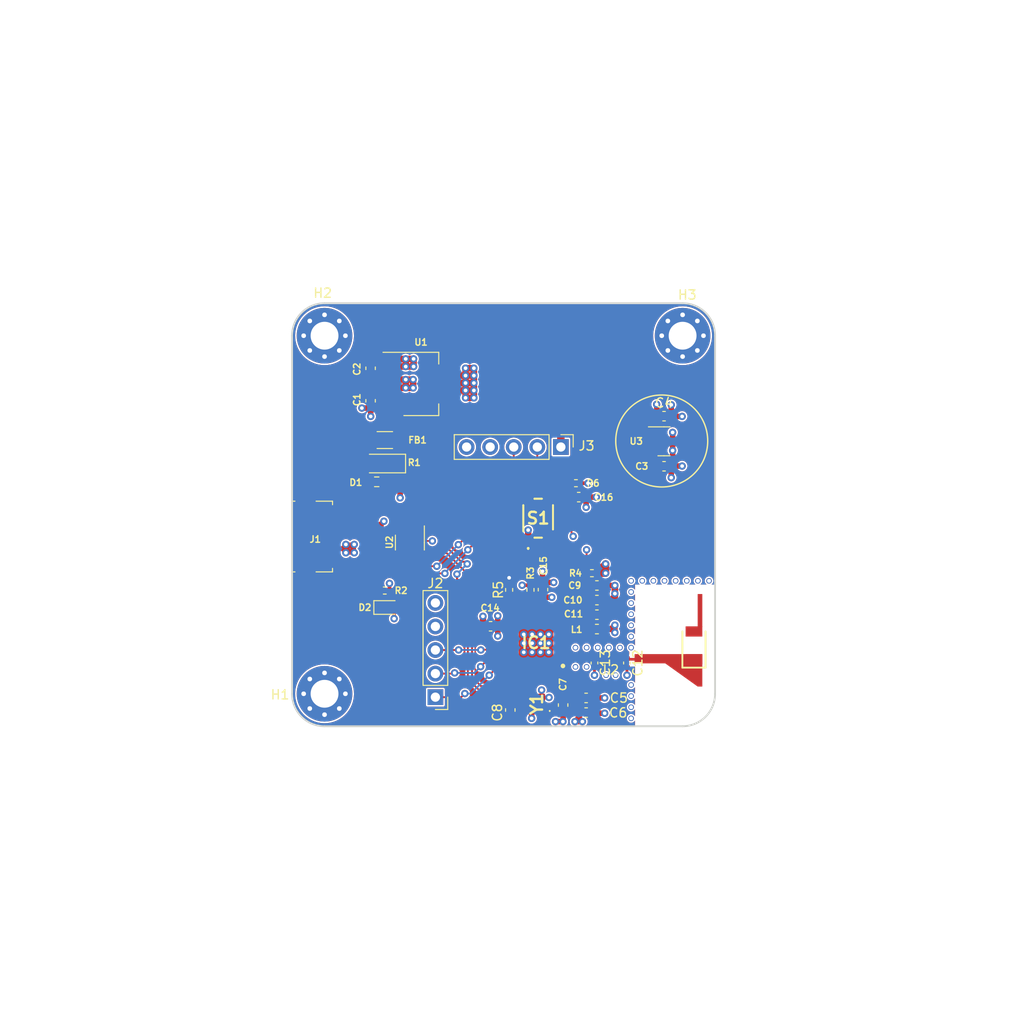
<source format=kicad_pcb>
(kicad_pcb (version 20211014) (generator pcbnew)
  (layers (0 "F.Cu" signal) (1 "In1.Cu" power) (2 "In2.Cu" power) (31 "B.Cu" signal) (34 "B.Paste" user) (35 "F.Paste" user) (36 "B.SilkS" user "B.Silkscreen") (37 "F.SilkS" user "F.Silkscreen") (38 "B.Mask" user) (39 "F.Mask" user) (44 "Edge.Cuts" user))
  (net 0 "")
  (net 1 "Net-(D1-Pad2)")
  (net 2 "Net-(J1-Pad1)")
  (net 3 "+3V3")
  (net 4 "GPIO9")
  (net 5 "CHIP_EN")
  (net 6 "GND")
  (net 7 "GPIO2")
  (net 8 "GPIO8")
  (net 9 "I2S_WS")
  (net 10 "Net-(D2-Pad1)")
  (net 13 "D-")
  (net 14 "D+")
  (net 15 "USBLC_D+")
  (net 16 "VBUS")
  (net 17 "USBLC_D-")
  (net 18 "ADC_IN")
  (net 19 "Net-(C1-Pad1)")
  (net 20 "Net-(ANT1-Pad1)")
  (net 21 "Net-(C11-Pad1)")
  (net 22 "Net-(C13-Pad1)")
  (net 23 "I2S_SCK")
  (net 24 "I2S_SD")
  (net 36 "XTAL_OUT")
  (net 37 "XTAL_IN")
  (net 39 "unconnected-(J1-Pad6)")
  (net 40 "unconnected-(ANT1-Pad2)")
  (net 41 "TXD0")
  (net 42 "RXD0")
  (footprint "Resistor_SMD:R_0402_1005Metric" (layer "F.Cu") (at 150.1 99.9)
    (fp_text reference "R6")
    (fp_text value "10k")
  )
  (footprint "Capacitor_SMD:C_0603_1608Metric" (layer "F.Cu") (at 151.2 123.05)
    (fp_text reference "C5")
    (fp_text value "1uF")
  )
  (footprint "Capacitor_SMD:C_0603_1608Metric" (layer "F.Cu") (at 140.9 115.3238 180)
    (fp_text reference "C14")
    (fp_text value "0.1uF")
  )
  (footprint "Connector_PinHeader_2.54mm:PinHeader_1x05_P2.54mm_Vertical" (layer "F.Cu") (at 148.475 96 -90)
    (fp_text reference "J3")
    (fp_text value "Conn_01x05")
  )
  (footprint "Capacitor_SMD:C_0603_1608Metric" (layer "F.Cu") (at 159.6 98.075)
    (fp_text reference "C3")
    (fp_text value "0.1uF")
  )
  (footprint "Package_TO_SOT_SMD:SOT-23-6" (layer "F.Cu") (at 132.2 106.3 -90)
    (fp_text reference "U2")
    (fp_text value "USBLC6-2SC6")
  )
  (footprint "MountingHole:MountingHole_3mm_Pad_Via" (layer "F.Cu") (at 123 122.599998)
    (fp_text reference "H1")
    (fp_text value "MountingHole 3mm")
  )
  (footprint "Capacitor_SMD:C_0603_1608Metric" (layer "F.Cu") (at 152.3625 114.075)
    (fp_text reference "C11")
    (fp_text value "0.1uF")
  )
  (footprint "Inductor_SMD:L_0603_1608Metric" (layer "F.Cu") (at 152.3625 115.625 180)
    (fp_text reference "L1")
    (fp_text value "2nH")
  )
  (footprint "Resistor_SMD:R_0402_1005Metric" (layer "F.Cu") (at 145.2 111.4 90)
    (fp_text reference "R3")
    (fp_text value "10k")
  )
  (footprint "Resistor_SMD:R_0402_1005Metric" (layer "F.Cu") (at 142.9 111.4 90)
    (fp_text reference "R5")
    (fp_text value "1k")
  )
  (footprint "Capacitor_SMD:C_0603_1608Metric" (layer "F.Cu") (at 150.4 101.4)
    (fp_text reference "C16")
    (fp_text value "10uF")
  )
  (footprint "Capacitor_SMD:C_0402_1005Metric" (layer "F.Cu") (at 152.1 119.28 -90)
    (fp_text reference "C13")
    (fp_text value "TBD")
  )
  (footprint "2450AD18A:ANTC3216X60N" (layer "F.Cu") (at 162.825 117.382308 90)
    (fp_text reference "ANT1")
    (fp_text value "2450AD18A7250" hide)
  )
  (footprint "Connector_PinHeader_2.54mm:PinHeader_1x05_P2.54mm_Vertical" (layer "F.Cu") (at 134.95 122.965 180)
    (fp_text reference "J2")
    (fp_text value "Conn_01x05")
  )
  (footprint "Capacitor_SMD:C_0603_1608Metric" (layer "F.Cu") (at 146.55 111.375 90)
    (fp_text reference "C15")
    (fp_text value "0.1uF")
  )
  (footprint "Capacitor_SMD:C_0603_1608Metric" (layer "F.Cu") (at 143.025 124.35 -90)
    (fp_text reference "C8")
    (fp_text value "12pF")
  )
  (footprint "Capacitor_SMD:C_0402_1005Metric" (layer "F.Cu") (at 155.6 119.28 -90)
    (fp_text reference "C12")
    (fp_text value "TBD")
  )
  (footprint "LED_SMD:LED_0603_1608Metric" (layer "F.Cu") (at 129.8 113.3)
    (fp_text reference "D2")
    (fp_text value "PWR_LED")
  )
  (footprint "MountingHole:MountingHole_3mm_Pad_Via" (layer "F.Cu") (at 123 84)
    (fp_text reference "H2")
    (fp_text value "MountingHole 3mm")
  )
  (footprint "Resistor_SMD:R_0402_1005Metric" (layer "F.Cu") (at 151.8225 109.6)
    (fp_text reference "R4")
    (fp_text value "10k")
  )
  (footprint "ESP32-C3FH4:QFN50P500X500X90-33N-D" (layer "F.Cu") (at 145.8 117.1 180)
    (fp_text reference "IC1")
    (fp_text value "ESP32-C3FH4" hide)
  )
  (footprint "Inductor_SMD:L_0402_1005Metric" (layer "F.Cu") (at 153.8625 118.85 180)
    (fp_text reference "L2")
    (fp_text value "TBD")
  )
  (footprint "Connector_USB:USB_Micro-B_Molex_47346-0001" (layer "F.Cu") (at 122.15 105.65 -90)
    (fp_text reference "J1")
    (fp_text value "USB_B_Micro")
  )
  (footprint "Capacitor_SMD:C_0603_1608Metric" (layer "F.Cu") (at 152.3625 110.925)
    (fp_text reference "C9")
    (fp_text value "10uF")
  )
  (footprint "Capacitor_SMD:C_0603_1608Metric" (layer "F.Cu") (at 151.2 124.625)
    (fp_text reference "C6")
    (fp_text value "10nF")
  )
  (footprint "Diode_SMD:D_SOD-123" (layer "F.Cu") (at 129.485 97.78 180)
    (fp_text reference "D1")
    (fp_text value "D_Schottky")
  )
  (footprint "Package_TO_SOT_SMD:SOT-23" (layer "F.Cu") (at 159.59 95.385)
    (fp_text reference "U3")
    (fp_text value "MCP9700AT-ETT")
  )
  (footprint "Resistor_SMD:R_0603_1608Metric" (layer "F.Cu") (at 128.625 99.75)
    (fp_text reference "R1")
    (fp_text value "0R")
  )
  (footprint "Capacitor_SMD:C_0603_1608Metric" (layer "F.Cu") (at 152.3625 112.5)
    (fp_text reference "C10")
    (fp_text value "0.1uF")
  )
  (footprint "RKB2SJM250SMTR LFS:RKB2SJM250SMTRLFS" (layer "F.Cu") (at 146.025 103.675 90)
    (fp_text reference "S1")
    (fp_text value "RKB2SJM250SMTR_LFS (Button)" hide)
  )
  (footprint "ECS-400-10-37B:ECS4001037B2CKMTR" (layer "F.Cu") (at 145.875 123.7 90)
    (fp_text reference "Y1")
    (fp_text value "40 Mhz Crystal" hide)
  )
  (footprint "Capacitor_SMD:C_0603_1608Metric" (layer "F.Cu") (at 148.7198 123.814 -90)
    (fp_text reference "C7")
    (fp_text value "12pF")
  )
  (footprint "Capacitor_SMD:C_0603_1608Metric" (layer "F.Cu") (at 159.6 92.675)
    (fp_text reference "C4")
    (fp_text value "0.1uF")
  )
  (footprint "MountingHole:MountingHole_3mm_Pad_Via" (layer "F.Cu") (at 161.600003 84)
    (fp_text reference "H3")
    (fp_text value "MountingHole 3mm")
  )
  (footprint "Capacitor_SMD:C_0603_1608Metric" (layer "F.Cu") (at 127.9644 87.5106 90)
    (fp_text reference "C2")
    (fp_text value "10uF")
  )
  (footprint "Capacitor_SMD:C_0603_1608Metric" (layer "F.Cu") (at 127.9644 91.0158 -90)
    (fp_text reference "C1")
    (fp_text value "10uF")
  )
  (footprint "Inductor_SMD:L_1206_3216Metric" (layer "F.Cu") (at 129.5 95.25 180)
    (fp_text reference "FB1")
    (fp_text value "600 @ 100Mhz")
  )
  (footprint "Resistor_SMD:R_0402_1005Metric" (layer "F.Cu") (at 129.4932 111.4712)
    (fp_text reference "R2")
    (fp_text value "1k")
  )
  (footprint "Package_TO_SOT_SMD:SOT-223-3_TabPin2" (layer "F.Cu") (at 133.4 89.2)
    (fp_text reference "U1")
    (fp_text value "AMS1117-3.3")
  )
  (gr_circle (center 159.35 95.35) (end 154.825 97.375) (layer "F.SilkS") (width 0.15) (fill none))
  (gr_line (start 119.5 122.599998) (end 119.5 83.999998) (layer "Edge.Cuts") (width 0.2))
  (gr_line locked (start 165.100003 122.599998) (end 165.100003 83.999998) (layer "Edge.Cuts") (width 0.2))
  (gr_line locked (start 161.6 126.099998) (end 123 126.099998) (layer "Edge.Cuts") (width 0.2))
  (gr_arc locked (start 161.600003 80.499998) (mid 164.074876 81.525125) (end 165.100003 83.999998) (layer "Edge.Cuts") (width 0.2))
  (gr_arc (start 123 126.099998) (mid 120.525127 125.074871) (end 119.5 122.599998) (layer "Edge.Cuts") (width 0.2))
  (gr_line (start 161.6 80.499998) (end 123 80.499998) (layer "Edge.Cuts") (width 0.2))
  (gr_arc (start 119.5 83.999998) (mid 120.525127 81.525125) (end 123 80.499998) (layer "Edge.Cuts") (width 0.2))
  (gr_arc locked (start 165.100003 122.599998) (mid 164.074876 125.074871) (end 161.600003 126.099998) (layer "Edge.Cuts") (width 0.2))
  (segment (start 127.8 99.75) (end 127.8 97.815) (width 0.8) (layer "F.Cu") (net 1))
  (segment (start 127.8 97.815) (end 127.835 97.78) (width 0.8) (layer "F.Cu") (net 1))
  (segment (start 128.7 100.5) (end 128.7 101) (width 0.4) (layer "F.Cu") (net 2))
  (segment (start 129.45 99.75) (end 128.7 100.5) (width 0.4) (layer "F.Cu") (net 2))
  (segment (start 125.35 104.35) (end 123.61 104.35) (width 0.4) (layer "F.Cu") (net 2))
  (segment (start 128.7 101) (end 125.35 104.35) (width 0.4) (layer "F.Cu") (net 2))
  (segment (start 150.425 124.625) (end 150.425 123.05) (width 0.6) (layer "F.Cu") (net 3))
  (segment (start 138.2 89.9) (end 138.2 90.7) (width 0.7) (layer "F.Cu") (net 3))
  (segment (start 152.3325 109.6) (end 153.3 109.6) (width 0.8) (layer "F.Cu") (net 3))
  (segment (start 139.1 87.5) (end 138.2 87.5) (width 0.7) (layer "F.Cu") (net 3))
  (segment (start 158.825 92.675) (end 158.825 94.2625) (width 0.6) (layer "F.Cu") (net 3))
  (segment (start 153.3 109.6) (end 153.3 108.6) (width 0.8) (layer "F.Cu") (net 3))
  (segment (start 138.2 88.3) (end 138.2 89.1) (width 0.7) (layer "F.Cu") (net 3))
  (segment (start 138.2 89.9) (end 137.25 89.9) (width 0.7) (layer "F.Cu") (net 3))
  (segment (start 131.75 89.625) (end 130.675 89.625) (width 0.7) (layer "F.Cu") (net 3))
  (segment (start 141.675 114.2) (end 141.675 115.3238) (width 0.6) (layer "F.Cu") (net 3))
  (segment (start 151.5875 110.925) (end 151.5875 112.5) (width 0.8) (layer "F.Cu") (net 3))
  (segment (start 150.425 125.225) (end 150.8 125.6) (width 0.6) (layer "F.Cu") (net 3))
  (segment (start 145.19 110.9) (end 145.2 110.89) (width 0.4) (layer "F.Cu") (net 3))
  (segment (start 144.3 110.9) (end 145.19 110.9) (width 0.4) (layer "F.Cu") (net 3))
  (segment (start 147.55 119.6) (end 147.55 119.85) (width 0.3) (layer "F.Cu") (net 3))
  (segment (start 138.2 87.5) (end 138.2 88.3) (width 0.7) (layer "F.Cu") (net 3))
  (segment (start 147.5 112.2) (end 146.6 112.2) (width 0.6) (layer "F.Cu") (net 3))
  (segment (start 153.15 115.625) (end 153.875 115.625) (width 0.6) (layer "F.Cu") (net 3))
  (segment (start 158.825 91.425) (end 158.8 91.4) (width 0.6) (layer "F.Cu") (net 3))
  (segment (start 150.425 124.625) (end 150.425 125.225) (width 0.6) (layer "F.Cu") (net 3))
  (segment (start 143.3 115.35) (end 141.7012 115.35) (width 0.3) (layer "F.Cu") (net 3))
  (segment (start 139.1 90.7) (end 138.2 90.7) (width 0.7) (layer "F.Cu") (net 3))
  (segment (start 127.9644 88.2856) (end 128.2856 88.2856) (width 0.8) (layer "F.Cu") (net 3))
  (segment (start 131.75 89.625) (end 132.55 89.625) (width 0.7) (layer "F.Cu") (net 3))
  (segment (start 146.6 112.2) (end 146.55 112.15) (width 0.6) (layer "F.Cu") (net 3))
  (segment (start 139.1 89.9) (end 139.1 89.1) (width 0.7) (layer "F.Cu") (net 3))
  (segment (start 130.5 114.5) (end 130.5 113.3875) (width 0.4) (layer "F.Cu") (net 3))
  (segment (start 158.825 94.2625) (end 158.6525 94.435) (width 0.6) (layer "F.Cu") (net 3))
  (segment (start 153.875 115.625) (end 154.3 115.2) (width 0.6) (layer "F.Cu") (net 3))
  (segment (start 136.55 89.2) (end 137.45 88.3) (width 0.7) (layer "F.Cu") (net 3))
  (segment (start 131.75 88.725) (end 132.55 88.725) (width 0.7) (layer "F.Cu") (net 3))
  (segment (start 146.55 112.15) (end 146.55 114.6) (width 0.3) (layer "F.Cu") (net 3))
  (segment (start 145.2 110.89) (end 145.29 110.89) (width 0.4) (layer "F.Cu") (net 3))
  (segment (start 139.1 89.1) (end 138.2 89.1) (width 0.7) (layer "F.Cu") (net 3))
  (segment (start 131.75 89.625) (end 131.75 88.725) (width 0.7) (layer "F.Cu") (net 3))
  (segment (start 130.5 113.3875) (end 130.5875 113.3) (width 0.4) (layer "F.Cu") (net 3))
  (segment (start 150.61 99.9) (end 151.4 99.9) (width 0.4) (layer "F.Cu") (net 3))
  (segment (start 147.05 119.6) (end 147.55 119.6) (width 0.3) (layer "F.Cu") (net 3))
  (segment (start 150 125.6) (end 150.8 125.6) (width 0.6) (layer "F.Cu") (net 3))
  (segment (start 145.29 110.89) (end 146.55 112.15) (width 0.4) (layer "F.Cu") (net 3))
  (segment (start 138.2 88.3) (end 137.45 88.3) (width 0.7) (layer "F.Cu") (net 3))
  (segment (start 141.7012 115.35) (end 141.675 115.3238) (width 0.3) (layer "F.Cu") (net 3))
  (segment (start 153.3 108.6325) (end 152.3325 109.6) (width 0.8) (layer "F.Cu") (net 3))
  (segment (start 138.2 89.1) (end 136.65 89.1) (width 0.7) (layer "F.Cu") (net 3))
  (segment (start 128.2856 88.2856) (end 129.2 89.2) (width 0.8) (layer "F.Cu") (net 3))
  (segment (start 152.3325 110.18) (end 151.5875 110.925) (width 0.6) (layer "F.Cu") (net 3))
  (segment (start 154.3 116) (end 154.3 115.2) (width 0.6) (layer "F.Cu") (net 3))
  (segment (start 132.55 89.625) (end 132.55 88.725) (width 0.7) (layer "F.Cu") (net 3))
  (segment (start 153.925 115.625) (end 153.875 115.625) (width 0.6) (layer "F.Cu") (net 3))
  (segment (start 139.1 90.7) (end 139.1 89.9) (width 0.7) (layer "F.Cu") (net 3))
  (segment (start 130.675 89.625) (end 130.25 89.2) (width 0.7) (layer "F.Cu") (net 3))
  (segment (start 138.2 89.1) (end 138.2 89.9) (width 0.7) (layer "F.Cu") (net 3))
  (segment (start 139.1 87.5) (end 139.1 88.3) (width 0.7) (layer "F.Cu") (net 3))
  (segment (start 130.725 88.725) (end 130.25 89.2) (width 0.7) (layer "F.Cu") (net 3))
  (segment (start 141.675 116.375) (end 141.675 115.3238) (width 0.6) (layer "F.Cu") (net 3))
  (segment (start 139.1 89.9) (end 138.2 89.9) (width 0.7) (layer "F.Cu") (net 3))
  (segment (start 129.2 89.2) (end 130.25 89.2) (width 0.8) (layer "F.Cu") (net 3))
  (segment (start 154.3 116) (end 153.925 115.625) (width 0.6) (layer "F.Cu") (net 3))
  (segment (start 139.1 88.3) (end 138.2 88.3) (width 0.7) (layer "F.Cu") (net 3))
  (segment (start 139.1 88.3) (end 139.1 89.1) (width 0.7) (layer "F.Cu") (net 3))
  (segment (start 147.55 119.85) (end 150.425 122.725) (width 0.3) (layer "F.Cu") (net 3))
  (segment (start 158.825 92.675) (end 158.825 91.425) (width 0.6) (layer "F.Cu") (net 3))
  (segment (start 150.425 125.175) (end 150 125.6) (width 0.6) (layer "F.Cu") (net 3))
  (segment (start 150.425 122.725) (end 150.425 123.05) (width 0.3) (layer "F.Cu") (net 3))
  (segment (start 152.3325 109.6) (end 152.3325 110.18) (width 0.6) (layer "F.Cu") (net 3))
  (segment (start 131.75 88.725) (end 130.725 88.725) (width 0.7) (layer "F.Cu") (net 3))
  (segment (start 137.25 89.9) (end 136.55 89.2) (width 0.7) (layer "F.Cu") (net 3))
  (via (at 139.1 87.5) (size 0.8) (drill 0.4) (layers "F.Cu" "B.Cu") (net 3))
  (via (at 138.2 89.1) (size 0.8) (drill 0.4) (layers "F.Cu" "B.Cu") (net 3))
  (via (at 139.1 90.7) (size 0.8) (drill 0.4) (layers "F.Cu" "B.Cu") (net 3))
  (via (at 138.2 90.7) (size 0.8) (drill 0.4) (layers "F.Cu" "B.Cu") (net 3))
  (via (at 132.55 89.625) (size 0.8) (drill 0.4) (layers "F.Cu" "B.Cu") (net 3))
  (via (at 153.3 108.6) (size 0.8) (drill 0.4) (layers "F.Cu" "B.Cu") (net 3))
  (via (at 138.2 87.5) (size 0.8) (drill 0.4) (layers "F.Cu" "B.Cu") (net 3))
  (via (at 132.55 88.725) (size 0.8) (drill 0.4) (layers "F.Cu" "B.Cu") (net 3))
  (via (at 141.675 114.2) (size 0.8) (drill 0.4) (layers "F.Cu" "B.Cu") (net 3))
  (via (at 153.3 109.6) (size 0.8) (drill 0.4) (layers "F.Cu" "B.Cu") (net 3))
  (via (at 131.75 89.625) (size 0.8) (drill 0.4) (layers "F.Cu" "B.Cu") (net 3))
  (via (at 158.8 91.4) (size 0.8) (drill 0.4) (layers "F.Cu" "B.Cu") (net 3))
  (via (at 130.5 114.5) (size 0.8) (drill 0.4) (layers "F.Cu" "B.Cu") (net 3))
  (via (at 150 125.6) (size 0.8) (drill 0.4) (layers "F.Cu" "B.Cu") (net 3))
  (via (at 138.2 88.3) (size 0.8) (drill 0.4) (layers "F.Cu" "B.Cu") (net 3))
  (via (at 141.675 116.375) (size 0.8) (drill 0.4) (layers "F.Cu" "B.Cu") (net 3))
  (via (at 138.2 89.9) (size 0.8) (drill 0.4) (layers "F.Cu" "B.Cu") (net 3))
  (via (at 131.75 88.725) (size 0.8) (drill 0.4) (layers "F.Cu" "B.Cu") (net 3))
  (via (at 139.1 88.3) (size 0.8) (drill 0.4) (layers "F.Cu" "B.Cu") (net 3))
  (via (at 151.4 99.9) (size 0.8) (drill 0.4) (layers "F.Cu" "B.Cu") (net 3))
  (via (at 139.1 89.1) (size 0.8) (drill 0.4) (layers "F.Cu" "B.Cu") (net 3))
  (via (at 150.8 125.6) (size 0.8) (drill 0.4) (layers "F.Cu" "B.Cu") (net 3))
  (via (at 139.1 89.9) (size 0.8) (drill 0.4) (layers "F.Cu" "B.Cu") (net 3))
  (via (at 154.3 116) (size 0.8) (drill 0.4) (layers "F.Cu" "B.Cu") (net 3))
  (via (at 144.3 110.9) (size 0.8) (drill 0.4) (layers "F.Cu" "B.Cu") (net 3))
  (via (at 154.3 115.2) (size 0.8) (drill 0.4) (layers "F.Cu" "B.Cu") (net 3))
  (via (at 147.5 112.2) (size 0.8) (drill 0.4) (layers "F.Cu" "B.Cu") (net 3))
  (segment (start 142.91 111.91) (end 144.55 113.55) (width 0.2) (layer "F.Cu") (net 4))
  (segment (start 142.9 111.91) (end 142.91 111.91) (width 0.2) (layer "F.Cu") (net 4))
  (segment (start 144.55 113.55) (end 144.55 114.6) (width 0.2) (layer "F.Cu") (net 4))
  (segment (start 149.425 115.425) (end 149 115.85) (width 0.2) (layer "F.Cu") (net 5))
  (segment (start 149.625 101.4) (end 149.625 105.45) (width 0.2) (layer "F.Cu") (net 5))
  (segment (start 151.25 107.85) (end 149.425 109.675) (width 0.2) (layer "F.Cu") (net 5))
  (segment (start 149.6 101.425) (end 149.625 101.4) (width 0.3) (layer "F.Cu") (net 5))
  (segment (start 151.25 107.075) (end 151.25 107.85) (width 0.2) (layer "F.Cu") (net 5))
  (segment (start 149.59 101.365) (end 149.625 101.4) (width 0.3) (layer "F.Cu") (net 5))
  (segment (start 149.425 109.675) (end 149.425 115.425) (width 0.2) (layer "F.Cu") (net 5))
  (segment (start 149.59 99.9) (end 149.59 101.365) (width 0.3) (layer "F.Cu") (net 5))
  (segment (start 147.1 101.425) (end 149.6 101.425) (width 0.3) (layer "F.Cu") (net 5))
  (segment (start 149 115.85) (end 148.3 115.85) (width 0.2) (layer "F.Cu") (net 5))
  (segment (start 149.625 105.45) (end 149.8 105.625) (width 0.2) (layer "F.Cu") (net 5))
  (via (at 151.25 107.075) (size 0.8) (drill 0.4) (layers "F.Cu" "B.Cu") (net 5))
  (via (at 149.8 105.625) (size 0.8) (drill 0.4) (layers "F.Cu" "B.Cu") (net 5))
  (segment (start 132.725 106.125) (end 134.625 106.125) (width 0.2) (layer "F.Cu") (net 6))
  (segment (start 125.3 106.5) (end 124.85 106.95) (width 0.4) (layer "F.Cu") (net 6))
  (segment (start 160.525 96.375) (end 160.525 97.925) (width 0.6) (layer "F.Cu") (net 6))
  (segment (start 132.2 105.6) (end 132.725 106.125) (width 0.2) (layer "F.Cu") (net 6))
  (segment (start 144.95 104.95) (end 144.95 105.925) (width 0.7) (layer "F.Cu") (net 6))
  (segment (start 125.3 106.5) (end 126.2 107.4) (width 0.4) (layer "F.Cu") (net 6))
  (segment (start 127.9552 91.8) (end 127.9644 91.7908) (width 0.6) (layer "F.Cu") (net 6))
  (segment (start 126.2 106.5) (end 125.3 106.5) (width 0.4) (layer "F.Cu") (net 6))
  (segment (start 161.55 92.7) (end 160.4 92.7) (width 0.6) (layer "F.Cu") (net 6))
  (segment (start 151.2 101.425) (end 151.175 101.4) (width 0.6) (layer "F.Cu") (net 6))
  (segment (start 148.7198 124.589) (end 148.7198 125.5802) (width 0.6) (layer "F.Cu") (net 6))
  (segment (start 126.2 106.5) (end 125.3 107.4) (width 0.4) (layer "F.Cu") (net 6))
  (segment (start 161.55 98.05) (end 160.4 98.05) (width 0.6) (layer "F.Cu") (net 6))
  (segment (start 160.37 91.455) (end 160.375 91.45) (width 0.6) (layer "F.Cu") (net 6))
  (segment (start 160.375 91.45) (end 160.375 92.675) (width 0.6) (layer "F.Cu") (net 6))
  (segment (start 153.2 123.05) (end 151.975 123.05) (width 0.6) (layer "F.Cu") (net 6))
  (segment (start 148.7198 125.5802) (end 148.7 125.6) (width 0.6) (layer "F.Cu") (net 6))
  (segment (start 160.525 95.3875) (end 160.5275 95.385) (width 0.6) (layer "F.Cu") (net 6))
  (segment (start 145.123 124.602) (end 145.35 124.375) (width 0.3) (layer "F.Cu") (net 6))
  (segment (start 160.4 92.7) (end 160.375 92.675) (width 0.6) (layer "F.Cu") (net 6))
  (segment (start 153.9 112.5) (end 153.1375 112.5) (width 0.7) (layer "F.Cu") (net 6))
  (segment (start 142.9 110.89) (end 142.9 110.1) (width 0.6) (layer "F.Cu") (net 6))
  (segment (start 132.2 105.1625) (end 132.2 105.6) (width 0.2) (layer "F.Cu") (net 6))
  (segment (start 131.75 87.325) (end 132.6 87.325) (width 0.7) (layer "F.Cu") (net 6))
  (segment (start 154.3 110.925) (end 154.3 111.8) (width 0.7) (layer "F.Cu") (net 6))
  (segment (start 145.325 124.4) (end 145.35 124.375) (width 0.6) (layer "F.Cu") (net 6))
  (segment (start 160.525 96.375) (end 160.525 95.3875) (width 0.6) (layer "F.Cu") (net 6))
  (segment (start 127.025 91.8) (end 127.9552 91.8) (width 0.6) (layer "F.Cu") (net 6))
  (segment (start 152.05 124.7) (end 151.975 124.625) (width 0.6) (layer "F.Cu") (net 6))
  (segment (start 151.2 102.5) (end 151.2 101.425) (width 0.6) (layer "F.Cu") (net 6))
  (segment (start 146.425 123) (end 146.4 123.025) (width 0.4) (layer "F.Cu") (net 6))
  (segment (start 131.75 87.325) (end 130.675 87.325) (width 0.7) (layer "F.Cu") (net 6))
  (segment (start 124.85 106.95) (end 123.61 106.95) (width 0.4) (layer "F.Cu") (net 6))
  (segment (start 160.375 98.075) (end 160.375 99.3) (width 0.6) (layer "F.Cu") (net 6))
  (segment (start 146.4 122.2) (end 146.4 123.025) (width 0.4) (layer "F.Cu") (net 6))
  (segment (start 153.1375 114.075) (end 153.1375 112.5) (width 0.6) (layer "F.Cu") (net 6))
  (segment (start 151.175 101.4) (end 152.3 101.4) (width 0.6) (layer "F.Cu") (net 6))
  (segment (start 147.2 123) (end 146.425 123) (width 0.4) (layer "F.Cu") (net 6))
  (segment (start 155.6 119.76) (end 155.6 120.6) (width 0.29337) (layer "F.Cu") (net 6))
  (segment (start 146.5 110.55) (end 146.55 110.6) (width 0.6) (layer "F.Cu") (net 6))
  (segment (start 131.75 86.5) (end 130.65 86.5) (width 0.7) (layer "F.Cu") (net 6))
  (segment (start 160.375 98.075) (end 160.525 97.925) (width 0.6) (layer "F.Cu") (net 6))
  (segment (start 127.975 91.8014) (end 127.9644 91.7908) (width 0.6) (layer "F.Cu") (net 6))
  (segment (start 127.975 92.7) (end 127.975 91.8014) (width 0.6) (layer "F.Cu") (net 6))
  (segment (start 154.3 110.925) (end 153.1375 110.925) (width 0.6) (layer "F.Cu") (net 6))
  (segment (start 151.975 123.05) (end 151.975 124.625) (width 0.6) (layer "F.Cu") (net 6))
  (segment (start 140.075 115.2738) (end 140.125 115.3238) (width 0.7) (layer "F.Cu") (net 6))
  (segment (start 125.3 107.4) (end 126.2 107.4) (width 0.4) (layer "F.Cu") (net 6))
  (segment (start 146.5 109.4) (end 146.5 110.55) (width 0.6) (layer "F.Cu") (net 6))
  (segment (start 143.725 125.125) (end 143.025 125.125) (width 0.3) (layer "F.Cu") (net 6))
  (segment (start 160.525 95.3825) (end 160.5275 95.385) (width 0.6) (layer "F.Cu") (net 6))
  (segment (start 160.525 92.84) (end 160.37 92.685) (width 0.6) (layer "F.Cu") (net 6))
  (segment (start 145.35 124.375) (end 144.475 124.375) (width 0.3) (layer "F.Cu") (net 6))
  (segment (start 130.675 87.325) (end 130.25 86.9) (width 0.7) (layer "F.Cu") (net 6))
  (segment (start 144.475 124.375) (end 143.725 125.125) (width 0.3) (layer "F.Cu") (net 6))
  (segment (start 147.7 110.6) (end 146.55 110.6) (width 0.6) (layer "F.Cu") (net 6))
  (segment (start 154.3 112.1) (end 153.9 112.5) (width 0.7) (layer "F.Cu") (net 6))
  (segment (start 131.75 86.5) (end 132.6 86.5) (width 0.7) (layer "F.Cu") (net 6))
  (segment (start 145.325 125.25) (end 145.325 124.4) (width 0.6) (layer "F.Cu") (net 6))
  (segment (start 161.535 92.685) (end 161.55 92.7) (width 0.6) (layer "F.Cu") (net 6))
  (segment (start 154.3 111.8) (end 154.3 112.1) (width 0.7) (layer "F.Cu") (net 6))
  (segment (start 125.3 107.4) (end 125.3 106.5) (width 0.4) (layer "F.Cu") (net 6))
  (segment (start 124.85 106.95) (end 125.3 107.4) (width 0.4) (layer "F.Cu") (net 6))
  (segment (start 130.0856 86.7356) (end 130.25 86.9) (width 0.8) (layer "F.Cu") (net 6))
  (segment (start 131.75 87.325) (end 131.75 86.5) (width 0.7) (layer "F.Cu") (net 6))
  (segment (start 140.075 114.25) (end 140.075 115.2738) (width 0.7) (layer "F.Cu") (net 6))
  (segment (start 130.65 86.5) (end 130.25 86.9) (width 0.7) (layer "F.Cu") (net 6))
  (segment (start 160.525 94.425) (end 160.525 95.3825) (width 0.6) (layer "F.Cu") (net 6))
  (segment (start 130 111.468) (end 130.0032 111.4712) (width 0.4) (layer "F.Cu") (net 6))
  (segment (start 153.1375 110.925) (end 153.1375 112.5) (width 0.6) (layer "F.Cu") (net 6))
  (segment (start 126.2 106.5) (end 126.2 107.4) (width 0.4) (layer "F.Cu") (net 6))
  (segment (start 153.2 124.7) (end 152.05 124.7) (width 0.6) (layer "F.Cu") (net 6))
  (segment (start 147.9 125.6) (end 148.7 125.6) (width 0.6) (layer "F.Cu") (net 6))
  (segment (start 130 110.7) (end 130 111.468) (width 0.4) (layer "F.Cu") (net 6))
  (segment (start 132.6 87.325) (end 132.6 86.5) (width 0.7) (layer "F.Cu") (net 6))
  (segment (start 127.9644 86.7356) (end 130.0856 86.7356) (width 0.8) (layer "F.Cu") (net 6))
  (segment (start 152.1 119.76) (end 152.1 120.6) (width 0.29337) (layer "F.Cu") (net 6))
  (via (at 152.3 101.4) (size 0.8) (drill 0.4) (layers "F.Cu" "B.Cu") (net 6))
  (via (at 160.375 99.3) (size 0.8) (drill 0.4) (layers "F.Cu" "B.Cu") (net 6))
  (via (at 148.7 125.6) (size 0.8) (drill 0.4) (layers "F.Cu" "B.Cu") (net 6))
  (via (at 156.05 114.025) (size 0.6) (drill 0.4) (layers "F.Cu" "B.Cu") (net 6))
  (via (at 162.05 110.425) (size 0.6) (drill 0.4) (layers "F.Cu" "B.Cu") (net 6))
  (via (at 156.05 110.425) (size 0.6) (drill 0.4) (layers "F.Cu" "B.Cu") (net 6))
  (via (at 154.85 117.625) (size 0.6) (drill 0.4) (layers "F.Cu" "B.Cu") (net 6))
  (via (at 145.375 118.125) (size 0.8) (drill 0.4) (layers "F.Cu" "B.Cu") (net 6))
  (via (at 160.525 94.425) (size 0.8) (drill 0.4) (layers "F.Cu" "B.Cu") (net 6))
  (via (at 153.2 123.05) (size 0.8) (drill 0.4) (layers "F.Cu" "B.Cu") (net 6))
  (via (at 147.9 125.6) (size 0.8) (drill 0.4) (layers "F.Cu" "B.Cu") (net 6))
  (via (at 134.625 106.125) (size 0.8) (drill 0.4) (layers "F.Cu" "B.Cu") (net 6))
  (via (at 127.975 92.7) (size 0.8) (drill 0.4) (layers "F.Cu" "B.Cu") (net 6))
  (via (at 160.525 96.375) (size 0.8) (drill 0.4) (layers "F.Cu" "B.Cu") (net 6))
  (via (at 145.375 117.15) (size 0.8) (drill 0.4) (layers "F.Cu" "B.Cu") (net 6))
  (via (at 161.55 98.05) (size 0.8) (drill 0.4) (layers "F.Cu" "B.Cu") (net 6))
  (via (at 146.275 118.125) (size 0.8) (drill 0.4) (layers "F.Cu" "B.Cu") (net 6))
  (via (at 153.2 124.7) (size 0.8) (drill 0.4) (layers "F.Cu" "B.Cu") (net 6))
  (via (at 147.175 116.2) (size 0.8) (drill 0.4) (layers "F.Cu" "B.Cu") (net 6))
  (via (at 130 110.7) (size 0.8) (drill 0.4) (layers "F.Cu" "B.Cu") (net 6))
  (via (at 164.45 110.425) (size 0.6) (drill 0.4) (layers "F.Cu" "B.Cu") (net 6))
  (via (at 156.05 116.425) (size 0.6) (drill 0.4) (layers "F.Cu" "B.Cu") (net 6))
  (via (at 156.05 117.625) (size 0.6) (drill 0.4) (layers "F.Cu" "B.Cu") (net 6))
  (via (at 144.475 116.2) (size 0.8) (drill 0.4) (layers "F.Cu" "B.Cu") (net 6))
  (via (at 126.2 106.5) (size 0.8) (drill 0.4) (layers "F.Cu" "B.Cu") (net 6))
  (via (at 152.1 120.6) (size 0.8) (drill 0.4) (layers "F.Cu" "B.Cu") (net 6))
  (via (at 145.325 125.25) (size 0.8) (drill 0.4) (layers "F.Cu" "B.Cu") (net 6))
  (via (at 158.45 110.425) (size 0.6) (drill 0.4) (layers "F.Cu" "B.Cu") (net 6))
  (via (at 163.25 110.425) (size 0.6) (drill 0.4) (layers "F.Cu" "B.Cu") (net 6))
  (via (at 156.05 115.225) (size 0.6) (drill 0.4) (layers "F.Cu" "B.Cu") (net 6))
  (via (at 154.375 120.6) (size 0.6) (drill 0.4) (layers "F.Cu" "B.Cu") (net 6))
  (via (at 142.9 110.1) (size 0.8) (drill 0.4) (layers "F.Cu" "B.Cu") (net 6))
  (via (at 161.55 92.7) (size 0.8) (drill 0.4) (layers "F.Cu" "B.Cu") (net 6))
  (via (at 156.05 125.25) (size 0.6) (drill 0.4) (layers "F.Cu" "B.Cu") (net 6))
  (via (at 157.25 110.425) (size 0.6) (drill 0.4) (layers "F.Cu" "B.Cu") (net 6))
  (via (at 132.6 87.325) (size 0.8) (drill 0.4) (layers "F.Cu" "B.Cu") (net 6))
  (via (at 147.7 110.6) (size 0.8) (drill 0.4) (layers "F.Cu" "B.Cu") (net 6))
  (via (at 156.05 111.625) (size 0.6) (drill 0.4) (layers "F.Cu" "B.Cu") (net 6))
  (via (at 156.05 122.85) (size 0.6) (drill 0.4) (layers "F.Cu" "B.Cu") (net 6))
  (via (at 159.65 110.425) (size 0.6) (drill 0.4) (layers "F.Cu" "B.Cu") (net 6))
  (via (at 144.95 104.95) (size 0.8) (drill 0.4) (layers "F.Cu" "B.Cu") (net 6))
  (via (at 156.05 124.05) (size 0.6) (drill 0.4) (layers "F.Cu" "B.Cu") (net 6))
  (via (at 146.275 117.15) (size 0.8) (drill 0.4) (layers "F.Cu" "B.Cu") (net 6))
  (via (at 160.375 91.45) (size 0.8) (drill 0.4) (layers "F.Cu" "B.Cu") (net 6))
  (via (at 131.75 87.325) (size 0.8) (drill 0.4) (layers "F.Cu" "B.Cu") (net 6))
  (via (at 154.3 110.925) (size 0.8) (drill 0.4) (layers "F.Cu" "B.Cu") (net 6))
  (via (at 151.2 102.5) (size 0.8) (drill 0.4) (layers "F.Cu" "B.Cu") (net 6))
  (via (at 151.25 119.7) (size 0.6) (drill 0.4) (layers "F.Cu" "B.Cu") (net 6))
  (via (at 150.05 119.7) (size 0.6) (drill 0.4) (layers "F.Cu" "B.Cu") (net 6))
  (via (at 153.35 120.6) (size 0.6) (drill 0.4) (layers "F.Cu" "B.Cu") (net 6))
  (via (at 154.3 111.8) (size 0.8) (drill 0.4) (layers "F.Cu" "B.Cu") (net 6))
  (via (at 147.175 117.15) (size 0.8) (drill 0.4) (layers "F.Cu" "B.Cu") (net 6))
  (via (at 132.6 86.5) (size 0.8) (drill 0.4) (layers "F.Cu" "B.Cu") (net 6))
  (via (at 151.25 117.625) (size 0.6) (drill 0.4) (layers "F.Cu" "B.Cu") (net 6))
  (via (at 153.65 117.625) (size 0.6) (drill 0.4) (layers "F.Cu" "B.Cu") (net 6))
  (via (at 146.4 122.2) (size 0.8) (drill 0.4) (layers "F.Cu" "B.Cu") (net 6))
  (via (at 146.275 116.2) (size 0.8) (drill 0.4) (layers "F.Cu" "B.Cu") (net 6))
  (via (at 160.85 110.425) (size 0.6) (drill 0.4) (layers "F.Cu" "B.Cu") (net 6))
  (via (at 156.05 121.65) (size 0.6) (drill 0.4) (layers "F.Cu" "B.Cu") (net 6))
  (via (at 127.025 91.8) (size 0.8) (drill 0.4) (layers "F.Cu" "B.Cu") (net 6))
  (via (at 144.475 117.15) (size 0.8) (drill 0.4) (layers "F.Cu" "B.Cu") (net 6))
  (via (at 125.3 107.4) (size 0.8) (drill 0.4) (layers "F.Cu" "B.Cu") (net 6))
  (via (at 147.2 123) (size 0.8) (drill 0.4) (layers "F.Cu" "B.Cu") (net 6))
  (via (at 150.05 117.625) (size 0.6) (drill 0.4) (layers "F.Cu" "B.Cu") (net 6))
  (via (at 131.75 86.5) (size 0.8) (drill 0.4) (layers "F.Cu" "B.Cu") (net 6))
  (via (at 140.075 114.25) (size 0.8) (drill 0.4) (layers "F.Cu" "B.Cu") (net 6))
  (via (at 155.6 120.6) (size 0.8) (drill 0.4) (layers "F.Cu" "B.Cu") (net 6))
  (via (at 156.05 112.825) (size 0.6) (drill 0.4) (layers "F.Cu" "B.Cu") (net 6))
  (via (at 147.175 118.125) (size 0.8) (drill 0.4) (layers "F.Cu" "B.Cu") (net 6))
  (via (at 125.3 106.5) (size 0.8) (drill 0.4) (layers "F.Cu" "B.Cu") (net 6))
  (via (at 146.5 109.4) (size 0.8) (drill 0.4) (layers "F.Cu" "B.Cu") (net 6))
  (via (at 126.2 107.4) (size 0.8) (drill 0.4) (layers "F.Cu" "B.Cu") (net 6))
  (via (at 144.475 118.125) (size 0.8) (drill 0.4) (layers "F.Cu" "B.Cu") (net 6))
  (via (at 152.45 117.625) (size 0.6) (drill 0.4) (layers "F.Cu" "B.Cu") (net 6))
  (via (at 145.375 116.2) (size 0.8) (drill 0.4) (layers "F.Cu" "B.Cu") (net 6))
  (segment (start 151.3125 109.6) (end 150.85 109.6) (width 0.2) (layer "F.Cu") (net 7))
  (segment (start 149.85 110.6) (end 149.85 115.625) (width 0.2) (layer "F.Cu") (net 7))
  (segment (start 149.85 115.625) (end 149.125 116.35) (width 0.2) (layer "F.Cu") (net 7))
  (segment (start 150.85 109.6) (end 149.85 110.6) (width 0.2) (layer "F.Cu") (net 7))
  (segment (start 149.125 116.35) (end 148.3 116.35) (width 0.2) (layer "F.Cu") (net 7))
  (segment (start 145.05 113.55) (end 145.2 113.4) (width 0.3) (layer "F.Cu") (net 8))
  (segment (start 145.2 113.4) (end 145.2 111.91) (width 0.3) (layer "F.Cu") (net 8))
  (segment (start 145.05 114.6) (end 145.05 113.55) (width 0.3) (layer "F.Cu") (net 8))
  (segment (start 143.3 117.85) (end 139.875 117.85) (width 0.2) (layer "F.Cu") (net 9))
  (segment (start 139.875 117.85) (end 139.85 117.875) (width 0.2) (layer "F.Cu") (net 9))
  (segment (start 137.44 117.885) (end 134.95 117.885) (width 0.2) (layer "F.Cu") (net 9))
  (segment (start 137.45 117.875) (end 137.44 117.885) (width 0.2) (layer "F.Cu") (net 9))
  (segment (start 134.985 117.85) (end 134.95 117.885) (width 0.25) (layer "F.Cu") (net 9))
  (segment (start 135.245 117.85) (end 134.95 118.145) (width 0.25) (layer "F.Cu") (net 9))
  (via (at 137.45 117.875) (size 0.8) (drill 0.4) (layers "F.Cu" "B.Cu") (net 9))
  (via (at 139.85 117.875) (size 0.8) (drill 0.4) (layers "F.Cu" "B.Cu") (net 9))
  (segment (start 139.85 117.875) (end 137.45 117.875) (width 0.2) (layer "B.Cu") (net 9))
  (segment (start 129.0125 111.5005) (end 128.9832 111.4712) (width 0.3) (layer "F.Cu") (net 10))
  (segment (start 129.0125 113.3) (end 129.0125 111.5005) (width 0.3) (layer "F.Cu") (net 10))
  (segment (start 132.21798 104.23048) (end 132.52377 104.23048) (width 0.2) (layer "F.Cu") (net 13))
  (segment (start 124.745001 105.1) (end 125.8818 105.1) (width 0.2) (layer "F.Cu") (net 13))
  (segment (start 125.8818 105.1) (end 128.4068 102.575) (width 0.2) (layer "F.Cu") (net 13))
  (segment (start 132.76952 104.47623) (end 132.76952 104.78202) (width 0.2) (layer "F.Cu") (net 13))
  (segment (start 123.61 105) (end 124.645001 105) (width 0.2) (layer "F.Cu") (net 13))
  (segment (start 132.76952 104.78202) (end 133.15 105.1625) (width 0.2) (layer "F.Cu") (net 13))
  (segment (start 124.645001 105) (end 124.745001 105.1) (width 0.2) (layer "F.Cu") (net 13))
  (segment (start 130.5625 102.575) (end 132.21798 104.23048) (width 0.2) (layer "F.Cu") (net 13))
  (segment (start 132.52377 104.23048) (end 132.76952 104.47623) (width 0.2) (layer "F.Cu") (net 13))
  (segment (start 128.4068 102.575) (end 130.5625 102.575) (width 0.2) (layer "F.Cu") (net 13))
  (segment (start 131.25 105.1625) (end 131.25 105.125) (width 0.2) (layer "F.Cu") (net 14))
  (segment (start 126.0682 105.55) (end 128.5932 103.025) (width 0.2) (layer "F.Cu") (net 14))
  (segment (start 128.5932 103.025) (end 130.376103 103.025) (width 0.2) (layer "F.Cu") (net 14))
  (segment (start 131.25 105.125) (end 131.375 105) (width 0.2) (layer "F.Cu") (net 14))
  (segment (start 124.645001 105.65) (end 124.745001 105.55) (width 0.2) (layer "F.Cu") (net 14))
  (segment (start 123.61 105.65) (end 124.645001 105.65) (width 0.2) (layer "F.Cu") (net 14))
  (segment (start 130.376103 103.025) (end 131.25 103.898897) (width 0.2) (layer "F.Cu") (net 14))
  (segment (start 124.745001 105.55) (end 126.0682 105.55) (width 0.2) (layer "F.Cu") (net 14))
  (segment (start 131.25 103.898897) (end 131.25 105.1625) (width 0.2) (layer "F.Cu") (net 14))
  (segment (start 138.45 111.375) (end 138.45 120.9932) (width 0.2) (layer "F.Cu") (net 15))
  (segment (start 137.275 109.7) (end 137.275 110.2) (width 0.2) (layer "F.Cu") (net 15))
  (segment (start 137.7341 108.3659) (end 138.1409 108.3659) (width 0.2) (layer "F.Cu") (net 15))
  (segment (start 138.45 120.9932) (end 139.6818 122.225) (width 0.2) (layer "F.Cu") (net 15))
  (segment (start 144.525 120.7182) (end 144.525 120.225001) (width 0.2) (layer "F.Cu") (net 15))
  (segment (start 144.55 120.200001) (end 144.55 119.6) (width 0.2) (layer "F.Cu") (net 15))
  (segment (start 131.87623 106.50548) (end 133.47377 106.50548) (width 0.2) (layer "F.Cu") (net 15))
  (segment (start 131.63048 107.05702) (end 131.63048 106.75123) (width 0.2) (layer "F.Cu") (net 15))
  (segment (start 142.7682 121.25) (end 143.9932 121.25) (width 0.2) (layer "F.Cu") (net 15))
  (segment (start 143.9932 121.25) (end 144.525 120.7182) (width 0.2) (layer "F.Cu") (net 15))
  (segment (start 141.7932 122.225) (end 142.7682 121.25) (width 0.2) (layer "F.Cu") (net 15))
  (segment (start 144.525 120.225001) (end 144.55 120.200001) (width 0.2) (layer "F.Cu") (net 15))
  (segment (start 131.25 107.4375) (end 131.63048 107.05702) (width 0.2) (layer "F.Cu") (net 15))
  (segment (start 137.275 110.2) (end 138.45 111.375) (width 0.2) (layer "F.Cu") (net 15))
  (segment (start 139.6818 122.225) (end 141.7932 122.225) (width 0.2) (layer "F.Cu") (net 15))
  (segment (start 133.47377 106.50548) (end 133.95579 106.9875) (width 0.2) (layer "F.Cu") (net 15))
  (segment (start 133.95579 106.9875) (end 136.3557 106.9875) (width 0.2) (layer "F.Cu") (net 15))
  (segment (start 131.63048 106.75123) (end 131.87623 106.50548) (width 0.2) (layer "F.Cu") (net 15))
  (segment (start 138.1409 108.3659) (end 138.375 108.6) (width 0.2) (layer "F.Cu") (net 15))
  (segment (start 136.3557 106.9875) (end 137.7341 108.3659) (width 0.2) (layer "F.Cu") (net 15))
  (via (at 138.375 108.6) (size 0.8) (drill 0.4) (layers "F.Cu" "B.Cu") (net 15))
  (via (at 137.275 109.7) (size 0.8) (drill 0.4) (layers "F.Cu" "B.Cu") (net 15))
  (segment (start 138.375 108.6) (end 137.275 109.7) (width 0.2) (layer "B.Cu") (net 15))
  (segment (start 131.15 101.475) (end 131.15 97.795) (width 0.6) (layer "F.Cu") (net 16))
  (segment (start 129.075 108.85) (end 129.075 104.325) (width 0.6) (layer "F.Cu") (net 16))
  (segment (start 131.925 109.125) (end 129.35 109.125) (width 0.6) (layer "F.Cu") (net 16))
  (segment (start 131.15 97.795) (end 131.135 97.78) (width 0.6) (layer "F.Cu") (net 16))
  (segment (start 131.075 95.25) (end 132.75 93.575) (width 0.8) (layer "F.Cu") (net 16))
  (segment (start 132.75 93.575) (end 147.825 93.575) (width 0.8) (layer "F.Cu") (net 16))
  (segment (start 132.2 108.85) (end 131.925 109.125) (width 0.6) (layer "F.Cu") (net 16))
  (segment (start 147.825 93.575) (end 148.475 94.225) (width 0.8) (layer "F.Cu") (net 16))
  (segment (start 148.475 94.225) (end 148.475 96) (width 0.8) (layer "F.Cu") (net 16))
  (segment (start 129.3 109.075) (end 129.075 108.85) (width 0.6) (layer "F.Cu") (net 16))
  (segment (start 131.135 97.78) (end 131.135 95.31) (width 0.8) (layer "F.Cu") (net 16))
  (segment (start 129.375 104.025) (end 129.4 104) (width 0.6) (layer "F.Cu") (net 16))
  (segment (start 132.2 107.4375) (end 132.2 108.85) (width 0.6) (layer "F.Cu") (net 16))
  (segment (start 129.35 109.125) (end 129.3 109.075) (width 0.6) (layer "F.Cu") (net 16))
  (segment (start 129.075 104.325) (end 129.375 104.025) (width 0.6) (layer "F.Cu") (net 16))
  (via (at 129.4 104) (size 0.8) (drill 0.4) (layers "F.Cu" "B.Cu") (net 16))
  (via (at 131.15 101.475) (size 0.8) (drill 0.4) (layers "F.Cu" "B.Cu") (net 16))
  (segment (start 144.05 120.200001) (end 144.05 119.6) (width 0.2) (layer "F.Cu") (net 17))
  (segment (start 144.075 120.5318) (end 144.075 120.225001) (width 0.2) (layer "F.Cu") (net 17))
  (segment (start 133.15 107.4375) (end 136.1693 107.4375) (width 0.2) (layer "F.Cu") (net 17))
  (segment (start 138.9 120.8068) (end 139.8682 121.775) (width 0.2) (layer "F.Cu") (net 17))
  (segment (start 144.075 120.225001) (end 144.05 120.200001) (width 0.2) (layer "F.Cu") (net 17))
  (segment (start 138.9 110.1682) (end 138.9 120.8068) (width 0.2) (layer "F.Cu") (net 17))
  (segment (start 136.1693 107.4375) (end 138.9 110.1682) (width 0.2) (layer "F.Cu") (net 17))
  (segment (start 139.8682 121.775) (end 141.6068 121.775) (width 0.2) (layer "F.Cu") (net 17))
  (segment (start 143.8068 120.8) (end 144.075 120.5318) (width 0.2) (layer "F.Cu") (net 17))
  (segment (start 142.5818 120.8) (end 143.8068 120.8) (width 0.2) (layer "F.Cu") (net 17))
  (segment (start 141.6068 121.775) (end 142.5818 120.8) (width 0.2) (layer "F.Cu") (net 17))
  (segment (start 158.825 100.775) (end 158.825 98.075) (width 0.2) (layer "F.Cu") (net 18))
  (segment (start 157.6 102) (end 158.825 100.775) (width 0.2) (layer "F.Cu") (net 18))
  (segment (start 149.02548 107.74952) (end 154.775 102) (width 0.2) (layer "F.Cu") (net 18))
  (segment (start 158.825 98.075) (end 158.825 96.5075) (width 0.4) (layer "F.Cu") (net 18))
  (segment (start 148.3 115.35) (end 149.02548 114.62452) (width 0.2) (layer "F.Cu") (net 18))
  (segment (start 149.02548 114.62452) (end 149.02548 107.74952) (width 0.2) (layer "F.Cu") (net 18))
  (segment (start 154.775 102) (end 157.6 102) (width 0.2) (layer "F.Cu") (net 18))
  (segment (start 158.825 96.5075) (end 158.6525 96.335) (width 0.4) (layer "F.Cu") (net 18))
  (segment (start 130.25 92.925) (end 130.25 91.5) (width 0.8) (layer "F.Cu") (net 19))
  (segment (start 130.25 91.5) (end 129.6 91.5) (width 0.7) (layer "F.Cu") (net 19))
  (segment (start 129.6 91.5) (end 128.3408 90.2408) (width 0.7) (layer "F.Cu") (net 19))
  (segment (start 128.3408 90.2408) (end 127.9644 90.2408) (width 0.7) (layer "F.Cu") (net 19))
  (segment (start 127.925 95.25) (end 130.25 92.925) (width 0.8) (layer "F.Cu") (net 19))
  (segment (start 155.6 118.8) (end 155.682308 118.882308) (width 0.29337) (layer "F.Cu") (net 20))
  (segment (start 155.682308 118.882308) (end 162.825 118.882308) (width 0.29337) (layer "F.Cu") (net 20))
  (segment (start 154.3475 118.85) (end 155.55 118.85) (width 0.29337) (layer "F.Cu") (net 20))
  (segment (start 155.55 118.85) (end 155.6 118.8) (width 0.29337) (layer "F.Cu") (net 20))
  (segment (start 148.3 118.35) (end 148.3 117.85) (width 0.3) (layer "F.Cu") (net 21))
  (segment (start 150.1 116.275) (end 150.925 116.275) (width 0.3) (layer "F.Cu") (net 21))
  (segment (start 150.925 116.275) (end 151.575 115.625) (width 0.3) (layer "F.Cu") (net 21))
  (segment (start 149.325 117.574022) (end 149.325 117.05) (width 0.3) (layer "F.Cu") (net 21))
  (segment (start 149.325 117.05) (end 150.1 116.275) (width 0.3) (layer "F.Cu") (net 21))
  (segment (start 148.3 117.85) (end 149.049022 117.85) (width 0.3) (layer "F.Cu") (net 21))
  (segment (start 149.049022 117.85) (end 149.325 117.574022) (width 0.3) (layer "F.Cu") (net 21))
  (segment (start 151.575 115.625) (end 151.575 114.0875) (width 0.3) (layer "F.Cu") (net 21))
  (segment (start 151.575 114.0875) (end 151.5875 114.075) (width 0.3) (layer "F.Cu") (net 21))
  (segment (start 153.3275 118.8) (end 153.3775 118.85) (width 0.29337) (layer "F.Cu") (net 22))
  (segment (start 152.1 118.8) (end 153.3275 118.8) (width 0.29337) (layer "F.Cu") (net 22))
  (segment (start 152.05 118.85) (end 152.1 118.8) (width 0.29337) (layer "F.Cu") (net 22))
  (segment (start 148.3 118.85) (end 152.05 118.85) (width 0.29337) (layer "F.Cu") (net 22))
  (segment (start 143.3 118.35) (end 141.15 118.35) (width 0.2) (layer "F.Cu") (net 23))
  (segment (start 137.025 120.35) (end 136.95 120.425) (width 0.2) (layer "F.Cu") (net 23))
  (segment (start 141.15 118.35) (end 139.825 119.675) (width 0.2) (layer "F.Cu") (net 23))
  (segment (start 136.95 120.425) (end 134.95 120.425) (width 0.2) (layer "F.Cu") (net 23))
  (via (at 137.025 120.35) (size 0.8) (drill 0.4) (layers "F.Cu" "B.Cu") (net 23))
  (via (at 139.825 119.675) (size 0.8) (drill 0.4) (layers "F.Cu" "B.Cu") (net 23))
  (segment (start 139.15 120.35) (end 137.025 120.35) (width 0.2) (layer "B.Cu") (net 23))
  (segment (start 139.825 119.675) (end 139.15 120.35) (width 0.2) (layer "B.Cu") (net 23))
  (segment (start 137.735 122.965) (end 134.95 122.965) (width 0.2) (layer "F.Cu") (net 24))
  (segment (start 142.5 118.85) (end 140.75 120.6) (width 0.2) (layer "F.Cu") (net 24))
  (segment (start 143.3 118.85) (end 142.5 118.85) (width 0.2) (layer "F.Cu") (net 24))
  (segment (start 138.125 122.575) (end 137.735 122.965) (width 0.2) (layer "F.Cu") (net 24))
  (via (at 138.125 122.575) (size 0.8) (drill 0.4) (layers "F.Cu" "B.Cu") (net 24))
  (via (at 140.75 120.6) (size 0.8) (drill 0.4) (layers "F.Cu" "B.Cu") (net 24))
  (segment (start 138.775 122.575) (end 138.125 122.575) (width 0.2) (layer "B.Cu") (net 24))
  (segment (start 140.75 120.6) (end 138.775 122.575) (width 0.2) (layer "B.Cu") (net 24))
  (segment (start 143.525 123.075) (end 145.3 123.075) (width 0.3) (layer "F.Cu") (net 36))
  (segment (start 145.35 121.65) (end 146.05 120.95) (width 0.3) (layer "F.Cu") (net 36))
  (segment (start 145.35 123.025) (end 145.35 121.65) (width 0.3) (layer "F.Cu") (net 36))
  (segment (start 143.025 123.575) (end 143.525 123.075) (width 0.3) (layer "F.Cu") (net 36))
  (segment (start 145.3 123.075) (end 145.35 123.025) (width 0.3) (layer "F.Cu") (net 36))
  (segment (start 146.05 120.95) (end 146.05 119.6) (width 0.3) (layer "F.Cu") (net 36))
  (segment (start 146.54952 119.60048) (end 146.55 119.6) (width 0.3) (layer "F.Cu") (net 37))
  (segment (start 146.4 124.375) (end 147.225 124.375) (width 0.3) (layer "F.Cu") (net 37))
  (segment (start 146.54952 120.86872) (end 146.54952 119.60048) (width 0.3) (layer "F.Cu") (net 37))
  (segment (start 148.561 123.039) (end 148.7198 123.039) (width 0.3) (layer "F.Cu") (net 37))
  (segment (start 147.225 124.375) (end 148.561 123.039) (width 0.3) (layer "F.Cu") (net 37))
  (segment (start 148.7198 123.039) (end 146.54952 120.86872) (width 0.3) (layer "F.Cu") (net 37))
  (segment (start 122.6375 109.025) (end 123.525 108.1375) (width 0.6) (layer "F.Cu") (net 39))
  (segment (start 120.95 102.275) (end 122.6375 102.275) (width 0.6) (layer "F.Cu") (net 39))
  (segment (start 120.95 102.275) (end 120.95 104.5) (width 0.6) (layer "F.Cu") (net 39))
  (segment (start 122.6375 102.275) (end 123.525 103.1625) (width 0.6) (layer "F.Cu") (net 39))
  (segment (start 120.95 107.2) (end 120.95 104.5) (width 0.6) (layer "F.Cu") (net 39))
  (segment (start 120.95 109.025) (end 122.6375 109.025) (width 0.6) (layer "F.Cu") (net 39))
  (segment (start 120.95 107.2) (end 120.95 109.025) (width 0.6) (layer "F.Cu") (net 39))
  (segment (start 133.675 124.75) (end 133.15 124.225) (width 0.2) (layer "F.Cu") (net 41))
  (segment (start 139.675 122.825) (end 137.75 124.75) (width 0.2) (layer "F.Cu") (net 41))
  (segment (start 142.325 122.325) (end 141.875 122.775) (width 0.2) (layer "F.Cu") (net 41))
  (segment (start 145.05 119.6) (end 145.05 120.825) (width 0.2) (layer "F.Cu") (net 41))
  (segment (start 137.75 124.75) (end 133.675 124.75) (width 0.2) (layer "F.Cu") (net 41))
  (segment (start 134.375 109.625) (end 135.975 109.625) (width 0.2) (layer "F.Cu") (net 41))
  (segment (start 145.935 96) (end 145.935 97.54) (width 0.2) (layer "F.Cu") (net 41))
  (segment (start 141.475 102) (end 141.475 104.05) (width 0.2) (layer "F.Cu") (net 41))
  (segment (start 144.25548 121.61952) (end 143.84014 121.61952) (width 0.2) (layer "F.Cu") (net 41))
  (segment (start 143.03048 121.61952) (end 142.325 122.325) (width 0.2) (layer "F.Cu") (net 41))
  (segment (start 134.025 109.975) (end 134.375 109.625) (width 0.2) (layer "F.Cu") (net 41))
  (segment (start 139.725 122.775) (end 139.675 122.825) (width 0.2) (layer "F.Cu") (net 41))
  (segment (start 140.6 122.775) (end 139.725 122.775) (width 0.2) (layer "F.Cu") (net 41))
  (segment (start 133.15 124.225) (end 133.15 122.525) (width 0.2) (layer "F.Cu") (net 41))
  (segment (start 145.05 120.825) (end 144.425 121.45) (width 0.2) (layer "F.Cu") (net 41))
  (segment (start 133.15 110.85) (end 134.025 109.975) (width 0.2) (layer "F.Cu") (net 41))
  (segment (start 133.15 122.525) (end 133.15 110.85) (width 0.2) (layer "F.Cu") (net 41))
  (segment (start 145.935 97.54) (end 141.475 102) (width 0.2) (layer "F.Cu") (net 41))
  (segment (start 144.425 121.45) (end 144.25548 121.61952) (width 0.2) (layer "F.Cu") (net 41))
  (segment (start 141.875 122.775) (end 140.6 122.775) (width 0.2) (layer "F.Cu") (net 41))
  (segment (start 143.84014 121.61952) (end 143.03048 121.61952) (width 0.2) (layer "F.Cu") (net 41))
  (segment (start 141.475 104.05) (end 138.45 107.075) (width 0.2) (layer "F.Cu") (net 41))
  (via (at 138.45 107.075) (size 0.8) (drill 0.4) (layers "F.Cu" "B.Cu") (net 41))
  (via (at 135.975 109.625) (size 0.8) (drill 0.4) (layers "F.Cu" "B.Cu") (net 41))
  (segment (start 135.975 109.625) (end 135.975 109.55) (width 0.2) (layer "B.Cu") (net 41))
  (segment (start 135.975 109.55) (end 138.45 107.075) (width 0.2) (layer "B.Cu") (net 41))
  (segment (start 138.475 125.475) (end 133.1 125.475) (width 0.2) (layer "F.Cu") (net 42))
  (segment (start 132.55 124.925) (end 132.55 110.275) (width 0.2) (layer "F.Cu") (net 42))
  (segment (start 145.55 120.84758) (end 144.43629 121.96129) (width 0.2) (layer "F.Cu") (net 42))
  (segment (start 144.39758 122) (end 143.85 122) (width 0.2) (layer "F.Cu") (net 42))
  (segment (start 143.395 97.58) (end 140.525 100.45) (width 0.2) (layer "F.Cu") (net 42))
  (segment (start 140.55 123.4) (end 138.475 125.475) (width 0.2) (layer "F.Cu") (net 42))
  (segment (start 142.35 122.925) (end 141.875 123.4) (width 0.2) (layer "F.Cu") (net 42))
  (segment (start 141.875 123.4) (end 140.55 123.4) (width 0.2) (layer "F.Cu") (net 42))
  (segment (start 133.975 108.85) (end 135.1 108.85) (width 0.2) (layer "F.Cu") (net 42))
  (segment (start 144.43629 121.96129) (end 144.39758 122) (width 0.2) (layer "F.Cu") (net 42))
  (segment (start 140.525 103.425) (end 137.425 106.525) (width 0.2) (layer "F.Cu") (net 42))
  (segment (start 143.85 122) (end 143.275 122) (width 0.2) (layer "F.Cu") (net 42))
  (segment (start 133.1 125.475) (end 132.55 124.925) (width 0.2) (layer "F.Cu") (net 42))
  (segment (start 132.55 110.275) (end 133.975 108.85) (width 0.2) (layer "F.Cu") (net 42))
  (segment (start 143.395 96) (end 143.395 97.58) (width 0.2) (layer "F.Cu") (net 42))
  (segment (start 145.55 119.6) (end 145.55 120.84758) (width 0.2) (layer "F.Cu") (net 42))
  (segment (start 140.525 100.45) (end 140.525 103.425) (width 0.2) (layer "F.Cu") (net 42))
  (segment (start 143.275 122) (end 142.35 122.925) (width 0.2) (layer "F.Cu") (net 42))
  (via (at 135.1 108.85) (size 0.8) (drill 0.4) (layers "F.Cu" "B.Cu") (net 42))
  (via (at 137.425 106.525) (size 0.8) (drill 0.4) (layers "F.Cu" "B.Cu") (net 42))
  (segment (start 135.1 108.85) (end 137.425 106.525) (width 0.2) (layer "B.Cu") (net 42))
  (zone locked (net 0) (net_name "") (layer "F.Cu") (connect_pads (clearance 0)) (min_thickness 0.0254) (fill yes (thermal_gap 0.508) (thermal_bridge_width 0.508))
    (polygon (pts (xy 182.974767 103.810925) (xy 182.955005 102.552923) (xy 182.895737 101.296162) (xy 182.797024 100.041883) (xy 182.65896 98.791324) (xy 182.481685 97.545718) (xy 182.265371 96.306296) (xy 182.010232 95.074279) (xy 181.716521 93.850885) (xy 181.384527 92.63732) (xy 181.014578 91.434782) (xy 180.607039 90.244457) (xy 180.162312 89.067522) (xy 179.680836 87.905136) (xy 179.163087 86.758447) (xy 178.609574 85.628587) (xy 178.020844 84.516671) (xy 177.397479 83.423795) (xy 176.740094 82.35104) (xy 176.049337 81.299463) (xy 175.32589 80.270102) (xy 174.570467 79.263972) (xy 173.783813 78.282068) (xy 172.966705 77.325358) (xy 172.119949 76.394785) (xy 171.244382 75.491269) (xy 170.340866 74.615702) (xy 169.410293 73.768946) (xy 168.453583 72.951838) (xy 167.471679 72.165184) (xy 166.465549 71.409761) (xy 165.436188 70.686314) (xy 164.384611 69.995557) (xy 163.311856 69.338172) (xy 162.21898 68.714807) (xy 161.107064 68.126077) (xy 159.977204 67.572564) (xy 158.830515 67.054815) (xy 157.668129 66.573339) (xy 156.491194 66.128612) (xy 155.300869 65.721073) (xy 154.098331 65.351124) (xy 152.884766 65.01913) (xy 151.661372 64.725419) (xy 150.429355 64.47028) (xy 149.189933 64.253966) (xy 147.944327 64.076691) (xy 146.693768 63.938627) (xy 145.439489 63.839914) (xy 144.182728 63.780646) (xy 142.924726 63.760884) (xy 141.666724 63.780646) (xy 140.409963 63.839914) (xy 139.155684 63.938627) (xy 137.905125 64.076691) (xy 136.659519 64.253966) (xy 135.420097 64.47028) (xy 134.18808 64.725419) (xy 132.964686 65.01913) (xy 131.751121 65.351124) (xy 130.548583 65.721073) (xy 129.358258 66.128612) (xy 128.181323 66.573339) (xy 127.018937 67.054815) (xy 125.872248 67.572564) (xy 124.742388 68.126077) (xy 123.630472 68.714807) (xy 122.537596 69.338172) (xy 121.464841 69.995557) (xy 120.413264 70.686314) (xy 119.383903 71.409761) (xy 118.377773 72.165184) (xy 117.395869 72.951838) (xy 116.439159 73.768946) (xy 115.508586 74.615702) (xy 114.60507 75.491269) (xy 113.729503 76.394785) (xy 112.882747 77.325358) (xy 112.065639 78.282068) (xy 111.278985 79.263972) (xy 110.523562 80.270102) (xy 109.800115 81.299463) (xy 109.109358 82.35104) (xy 108.451973 83.423795) (xy 107.828608 84.516671) (xy 107.239878 85.628587) (xy 106.686365 86.758447) (xy 106.168616 87.905136) (xy 105.68714 89.067522) (xy 105.242413 90.244457) (xy 104.834874 91.434782) (xy 104.464925 92.63732) (xy 104.132931 93.850885) (xy 103.83922 95.074279) (xy 103.584081 96.306296) (xy 103.367767 97.545718) (xy 103.190492 98.791324) (xy 103.052428 100.041883) (xy 102.953715 101.296162) (xy 102.894447 102.552923) (xy 102.874685 103.810925) (xy 102.894447 105.068927) (xy 102.953715 106.325688) (xy 103.052428 107.579967) (xy 103.190492 108.830526) (xy 103.367767 110.076132) (xy 103.584081 111.315554) (xy 103.83922 112.547571) (xy 104.132931 113.770965) (xy 104.464925 114.98453) (xy 104.834874 116.187068) (xy 105.242413 117.377393) (xy 105.68714 118.554328) (xy 106.168616 119.716714) (xy 106.686365 120.863403) (xy 107.239878 121.993263) (xy 107.828608 123.105179) (xy 108.451973 124.198055) (xy 109.109358 125.27081) (xy 109.800115 126.322387) (xy 110.523562 127.351748) (xy 111.278985 128.357878) (xy 112.065639 129.339782) (xy 112.882747 130.296492) (xy 113.729503 131.227065) (xy 114.60507 132.130581) (xy 115.508586 133.006148) (xy 116.439159 133.852904) (xy 117.395869 134.670012) (xy 118.377773 135.456666) (xy 119.383903 136.212089) (xy 120.413264 136.935536) (xy 121.464841 137.626293) (xy 122.537596 138.283678) (xy 123.630472 138.907043) (xy 124.742388 139.495773) (xy 125.872248 140.049286) (xy 127.018937 140.567035) (xy 128.181323 141.048511) (xy 129.358258 141.493238) (xy 130.548583 141.900777) (xy 131.751121 142.270726) (xy 132.964686 142.60272) (xy 134.18808 142.896431) (xy 135.420097 143.15157) (xy 136.659519 143.367884) (xy 137.905125 143.545159) (xy 139.155684 143.683223) (xy 140.409963 143.781936) (xy 141.666724 143.841204) (xy 142.924726 143.860966) (xy 144.182728 143.841204) (xy 145.439489 143.781936) (xy 146.693768 143.683223) (xy 147.944327 143.545159) (xy 149.189933 143.367884) (xy 150.429355 143.15157) (xy 151.661372 142.896431) (xy 152.884766 142.60272) (xy 154.098331 142.270726) (xy 155.300869 141.900777) (xy 156.491194 141.493238) (xy 157.668129 141.048511) (xy 158.830515 140.567035) (xy 159.977204 140.049286) (xy 161.107064 139.495773) (xy 162.21898 138.907043) (xy 163.311856 138.283678) (xy 164.384611 137.626293) (xy 165.436188 136.935536) (xy 166.465549 136.212089) (xy 167.471679 135.456666) (xy 168.453583 134.670012) (xy 169.410293 133.852904) (xy 170.340866 133.006148) (xy 171.244382 132.130581) (xy 172.119949 131.227065) (xy 172.966705 130.296492) (xy 173.783813 129.339782) (xy 174.570467 128.357878) (xy 175.32589 127.351748) (xy 176.049337 126.322387) (xy 176.740094 125.27081) (xy 177.397479 124.198055) (xy 178.020844 123.105179) (xy 178.609574 121.993263) (xy 179.163087 120.863403) (xy 179.680836 119.716714) (xy 180.162312 118.554328) (xy 180.607039 117.377393) (xy 181.014578 116.187068) (xy 181.384527 114.98453) (xy 181.716521 113.770965) (xy 182.010232 112.547571) (xy 182.265371 111.315554) (xy 182.481685 110.076132) (xy 182.65896 108.830526) (xy 182.797024 107.579967) (xy 182.895737 106.325688) (xy 182.955005 105.068927)))
  )
  (zone (net 20) (net_name "Net-(ANT1-Pad1)") (layer "F.Cu") (connect_pads yes (clearance 0.508)) (min_thickness 0.0254) (fill yes (thermal_gap 0.508) (thermal_bridge_width 0.508))
    (polygon (pts (xy 163.725 121.8238) (xy 163.225 121.8238) (xy 159.725 119.3238) (xy 156.425 119.3238) (xy 156.425 118.3238) (xy 163.725 118.3238)))
  )
  (zone (net 40) (net_name "unconnected-(ANT1-Pad2)") (layer "F.Cu") (connect_pads yes (clearance 0.508)) (min_thickness 0.0254) (fill yes (thermal_gap 0.508) (thermal_bridge_width 0.508) (island_removal_mode 1) (island_area_min 0))
    (polygon (pts (xy 163.225 115.4) (xy 163.225 111.8468) (xy 163.725 111.8468) (xy 163.725 115.4)))
  )
  (zone locked (net 0) (net_name "") (layer "B.Cu") (connect_pads (clearance 0)) (min_thickness 0.0254) (fill yes (thermal_gap 0.508) (thermal_bridge_width 0.508))
    (polygon (pts (xy 198.415281 103.010925) (xy 198.396365 101.565943) (xy 198.339631 100.121951) (xy 198.245116 98.679939) (xy 198.112887 97.240896) (xy 197.943033 95.805807) (xy 197.735671 94.375656) (xy 197.490943 92.951423) (xy 197.209016 91.534084) (xy 196.890085 90.124611) (xy 196.534368 88.72397) (xy 196.142108 87.33312) (xy 195.713574 85.953015) (xy 195.249059 84.584601) (xy 194.748884 83.228815) (xy 194.213389 81.886587) (xy 193.642942 80.558837) (xy 193.037935 79.246474) (xy 192.398781 77.950397) (xy 191.725918 76.671497) (xy 191.019809 75.410648) (xy 190.280936 74.168714) (xy 189.509807 72.946548) (xy 188.706949 71.744986) (xy 187.872913 70.564853) (xy 187.008271 69.406956) (xy 186.113614 68.27209) (xy 185.189557 67.161032) (xy 184.236733 66.074544) (xy 183.255794 65.01337) (xy 182.247413 63.978238) (xy 181.212281 62.969857) (xy 180.151107 61.988918) (xy 179.064619 61.036094) (xy 177.953561 60.112037) (xy 176.818695 59.21738) (xy 175.660798 58.352738) (xy 174.480665 57.518702) (xy 173.279103 56.715844) (xy 172.056937 55.944715) (xy 170.815004 55.205842) (xy 169.554154 54.499733) (xy 168.275254 53.82687) (xy 166.979177 53.187716) (xy 165.666814 52.582709) (xy 164.339064 52.012262) (xy 162.996836 51.476767) (xy 161.64105 50.976592) (xy 160.272636 50.512077) (xy 158.892531 50.083543) (xy 157.501681 49.691283) (xy 156.10104 49.335566) (xy 154.691567 49.016635) (xy 153.274228 48.734708) (xy 151.849995 48.48998) (xy 150.419844 48.282618) (xy 148.984755 48.112764) (xy 147.545712 47.980535) (xy 146.1037 47.88602) (xy 144.659708 47.829286) (xy 143.214726 47.81037) (xy 141.769744 47.829286) (xy 140.325752 47.88602) (xy 138.88374 47.980535) (xy 137.444697 48.112764) (xy 136.009608 48.282618) (xy 134.579457 48.48998) (xy 133.155224 48.734708) (xy 131.737885 49.016635) (xy 130.328412 49.335566) (xy 128.927771 49.691283) (xy 127.536921 50.083543) (xy 126.156816 50.512077) (xy 124.788402 50.976592) (xy 123.432616 51.476767) (xy 122.090388 52.012262) (xy 120.762638 52.582709) (xy 119.450275 53.187716) (xy 118.154198 53.82687) (xy 116.875298 54.499733) (xy 115.614449 55.205842) (xy 114.372515 55.944715) (xy 113.150349 56.715844) (xy 111.948787 57.518702) (xy 110.768654 58.352738) (xy 109.610757 59.21738) (xy 108.475891 60.112037) (xy 107.364833 61.036094) (xy 106.278345 61.988918) (xy 105.217171 62.969857) (xy 104.182039 63.978238) (xy 103.173658 65.01337) (xy 102.192719 66.074544) (xy 101.239895 67.161032) (xy 100.315838 68.27209) (xy 99.421181 69.406956) (xy 98.556539 70.564853) (xy 97.722503 71.744986) (xy 96.919645 72.946548) (xy 96.148516 74.168714) (xy 95.409643 75.410648) (xy 94.703534 76.671497) (xy 94.030671 77.950397) (xy 93.391517 79.246474) (xy 92.78651 80.558837) (xy 92.216063 81.886587) (xy 91.680568 83.228815) (xy 91.180393 84.584601) (xy 90.715878 85.953015) (xy 90.287344 87.33312) (xy 89.895084 88.72397) (xy 89.539367 90.124611) (xy 89.220436 91.534084) (xy 88.938509 92.951423) (xy 88.693781 94.375656) (xy 88.486419 95.805807) (xy 88.316565 97.240896) (xy 88.184336 98.679939) (xy 88.089821 100.121951) (xy 88.033087 101.565943) (xy 88.014171 103.010925) (xy 88.033087 104.455907) (xy 88.089821 105.899899) (xy 88.184336 107.341911) (xy 88.316565 108.780954) (xy 88.486419 110.216043) (xy 88.693781 111.646194) (xy 88.938509 113.070427) (xy 89.220436 114.487766) (xy 89.539367 115.897239) (xy 89.895084 117.29788) (xy 90.287344 118.68873) (xy 90.715878 120.068835) (xy 91.180393 121.437249) (xy 91.680568 122.793035) (xy 92.216063 124.135263) (xy 92.78651 125.463013) (xy 93.391517 126.775376) (xy 94.030671 128.071453) (xy 94.703534 129.350353) (xy 95.409643 130.611202) (xy 96.148516 131.853136) (xy 96.919645 133.075302) (xy 97.722503 134.276864) (xy 98.556539 135.456997) (xy 99.421181 136.614894) (xy 100.315838 137.74976) (xy 101.239895 138.860818) (xy 102.192719 139.947306) (xy 103.173658 141.00848) (xy 104.182039 142.043612) (xy 105.217171 143.051993) (xy 106.278345 144.032932) (xy 107.364833 144.985756) (xy 108.475891 145.909813) (xy 109.610757 146.80447) (xy 110.768654 147.669112) (xy 111.948787 148.503148) (xy 113.150349 149.306006) (xy 114.372515 150.077135) (xy 115.614448 150.816008) (xy 116.875298 151.522117) (xy 118.154198 152.19498) (xy 119.450275 152.834134) (xy 120.762638 153.439141) (xy 122.090388 154.009588) (xy 123.432616 154.545083) (xy 124.788402 155.045258) (xy 126.156816 155.509773) (xy 127.536921 155.938307) (xy 128.927771 156.330567) (xy 130.328412 156.686284) (xy 131.737885 157.005215) (xy 133.155224 157.287142) (xy 134.579457 157.53187) (xy 136.009608 157.739232) (xy 137.444697 157.909086) (xy 138.88374 158.041315) (xy 140.325752 158.13583) (xy 141.769744 158.192564) (xy 143.214726 158.21148) (xy 144.659708 158.192564) (xy 146.1037 158.13583) (xy 147.545712 158.041315) (xy 148.984755 157.909086) (xy 150.419844 157.739232) (xy 151.849995 157.53187) (xy 153.274228 157.287142) (xy 154.691567 157.005215) (xy 156.10104 156.686284) (xy 157.501681 156.330567) (xy 158.892531 155.938307) (xy 160.272636 155.509773) (xy 161.64105 155.045258) (xy 162.996836 154.545083) (xy 164.339064 154.009588) (xy 165.666814 153.439141) (xy 166.979177 152.834134) (xy 168.275254 152.19498) (xy 169.554154 151.522117) (xy 170.815004 150.816008) (xy 172.056937 150.077135) (xy 173.279103 149.306006) (xy 174.480665 148.503148) (xy 175.660798 147.669112) (xy 176.818695 146.80447) (xy 177.953561 145.909813) (xy 179.064619 144.985756) (xy 180.151107 144.032932) (xy 181.212281 143.051993) (xy 182.247413 142.043612) (xy 183.255794 141.00848) (xy 184.236733 139.947306) (xy 185.189557 138.860818) (xy 186.113614 137.74976) (xy 187.008271 136.614894) (xy 187.872913 135.456997) (xy 188.706949 134.276864) (xy 189.509807 133.075302) (xy 190.280936 131.853136) (xy 191.019809 130.611202) (xy 191.725918 129.350353) (xy 192.398781 128.071453) (xy 193.037935 126.775376) (xy 193.642942 125.463013) (xy 194.213389 124.135263) (xy 194.748884 122.793035) (xy 195.249059 121.437249) (xy 195.713574 120.068835) (xy 196.142108 118.68873) (xy 196.534368 117.29788) (xy 196.890085 115.897239) (xy 197.209016 114.487766) (xy 197.490943 113.070427) (xy 197.735671 111.646194) (xy 197.943033 110.216043) (xy 198.112887 108.780954) (xy 198.245116 107.341911) (xy 198.339631 105.899899) (xy 198.396365 104.455907)))
  )
  (zone (net 0) (net_name "") (layer "B.Cu") (connect_pads (clearance 0)) (min_thickness 0.0254)
    (keepout (tracks allowed) (vias allowed) (pads allowed) (copperpour not_allowed) (footprints allowed))
    (fill (thermal_gap 0.508) (thermal_bridge_width 0.508))
    (polygon (pts (xy 165.27853 111.399758) (xy 165.37853 113.196911) (xy 165.37853 116.124758) (xy 165.35353 119.624758) (xy 165.25353 126.074758) (xy 156.45353 126.074758) (xy 156.45353 119.671911) (xy 155.82853 119.671911) (xy 155.82853 118.021911) (xy 156.45353 118.021911) (xy 156.45353 110.824758) (xy 165.27853 110.824758)))
  )
)
</source>
